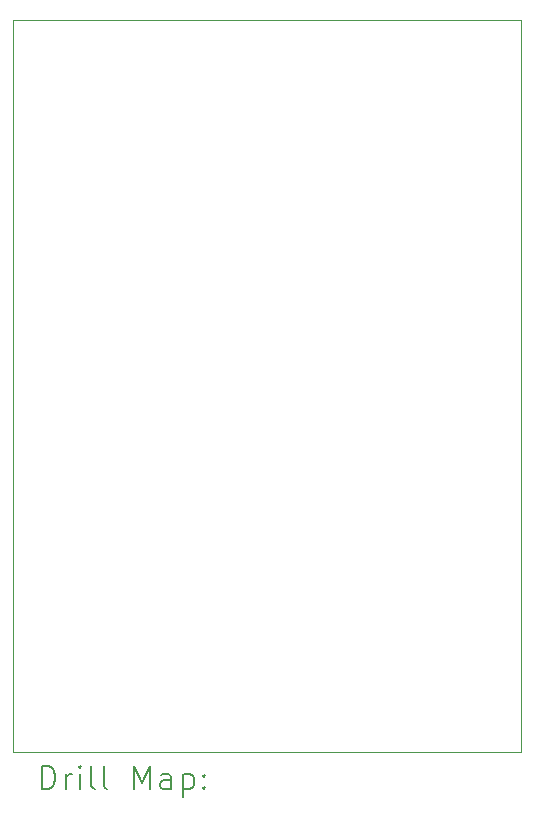
<source format=gbr>
%TF.GenerationSoftware,KiCad,Pcbnew,7.0.2-0*%
%TF.CreationDate,2024-09-16T14:38:38-04:00*%
%TF.ProjectId,ArduinoSolderChallenge,41726475-696e-46f5-936f-6c6465724368,rev?*%
%TF.SameCoordinates,Original*%
%TF.FileFunction,Drillmap*%
%TF.FilePolarity,Positive*%
%FSLAX45Y45*%
G04 Gerber Fmt 4.5, Leading zero omitted, Abs format (unit mm)*
G04 Created by KiCad (PCBNEW 7.0.2-0) date 2024-09-16 14:38:38*
%MOMM*%
%LPD*%
G01*
G04 APERTURE LIST*
%ADD10C,0.100000*%
%ADD11C,0.200000*%
G04 APERTURE END LIST*
D10*
X4205000Y-1910000D02*
X8505000Y-1910000D01*
X8505000Y-8110000D01*
X4205000Y-8110000D01*
X4205000Y-1910000D01*
D11*
X4447619Y-8427524D02*
X4447619Y-8227524D01*
X4447619Y-8227524D02*
X4495238Y-8227524D01*
X4495238Y-8227524D02*
X4523810Y-8237048D01*
X4523810Y-8237048D02*
X4542857Y-8256095D01*
X4542857Y-8256095D02*
X4552381Y-8275143D01*
X4552381Y-8275143D02*
X4561905Y-8313238D01*
X4561905Y-8313238D02*
X4561905Y-8341809D01*
X4561905Y-8341809D02*
X4552381Y-8379905D01*
X4552381Y-8379905D02*
X4542857Y-8398952D01*
X4542857Y-8398952D02*
X4523810Y-8418000D01*
X4523810Y-8418000D02*
X4495238Y-8427524D01*
X4495238Y-8427524D02*
X4447619Y-8427524D01*
X4647619Y-8427524D02*
X4647619Y-8294190D01*
X4647619Y-8332286D02*
X4657143Y-8313238D01*
X4657143Y-8313238D02*
X4666667Y-8303714D01*
X4666667Y-8303714D02*
X4685714Y-8294190D01*
X4685714Y-8294190D02*
X4704762Y-8294190D01*
X4771429Y-8427524D02*
X4771429Y-8294190D01*
X4771429Y-8227524D02*
X4761905Y-8237048D01*
X4761905Y-8237048D02*
X4771429Y-8246571D01*
X4771429Y-8246571D02*
X4780952Y-8237048D01*
X4780952Y-8237048D02*
X4771429Y-8227524D01*
X4771429Y-8227524D02*
X4771429Y-8246571D01*
X4895238Y-8427524D02*
X4876190Y-8418000D01*
X4876190Y-8418000D02*
X4866667Y-8398952D01*
X4866667Y-8398952D02*
X4866667Y-8227524D01*
X5000000Y-8427524D02*
X4980952Y-8418000D01*
X4980952Y-8418000D02*
X4971429Y-8398952D01*
X4971429Y-8398952D02*
X4971429Y-8227524D01*
X5228571Y-8427524D02*
X5228571Y-8227524D01*
X5228571Y-8227524D02*
X5295238Y-8370381D01*
X5295238Y-8370381D02*
X5361905Y-8227524D01*
X5361905Y-8227524D02*
X5361905Y-8427524D01*
X5542857Y-8427524D02*
X5542857Y-8322762D01*
X5542857Y-8322762D02*
X5533333Y-8303714D01*
X5533333Y-8303714D02*
X5514286Y-8294190D01*
X5514286Y-8294190D02*
X5476190Y-8294190D01*
X5476190Y-8294190D02*
X5457143Y-8303714D01*
X5542857Y-8418000D02*
X5523810Y-8427524D01*
X5523810Y-8427524D02*
X5476190Y-8427524D01*
X5476190Y-8427524D02*
X5457143Y-8418000D01*
X5457143Y-8418000D02*
X5447619Y-8398952D01*
X5447619Y-8398952D02*
X5447619Y-8379905D01*
X5447619Y-8379905D02*
X5457143Y-8360857D01*
X5457143Y-8360857D02*
X5476190Y-8351333D01*
X5476190Y-8351333D02*
X5523810Y-8351333D01*
X5523810Y-8351333D02*
X5542857Y-8341809D01*
X5638095Y-8294190D02*
X5638095Y-8494190D01*
X5638095Y-8303714D02*
X5657143Y-8294190D01*
X5657143Y-8294190D02*
X5695238Y-8294190D01*
X5695238Y-8294190D02*
X5714286Y-8303714D01*
X5714286Y-8303714D02*
X5723809Y-8313238D01*
X5723809Y-8313238D02*
X5733333Y-8332286D01*
X5733333Y-8332286D02*
X5733333Y-8389429D01*
X5733333Y-8389429D02*
X5723809Y-8408476D01*
X5723809Y-8408476D02*
X5714286Y-8418000D01*
X5714286Y-8418000D02*
X5695238Y-8427524D01*
X5695238Y-8427524D02*
X5657143Y-8427524D01*
X5657143Y-8427524D02*
X5638095Y-8418000D01*
X5819048Y-8408476D02*
X5828571Y-8418000D01*
X5828571Y-8418000D02*
X5819048Y-8427524D01*
X5819048Y-8427524D02*
X5809524Y-8418000D01*
X5809524Y-8418000D02*
X5819048Y-8408476D01*
X5819048Y-8408476D02*
X5819048Y-8427524D01*
X5819048Y-8303714D02*
X5828571Y-8313238D01*
X5828571Y-8313238D02*
X5819048Y-8322762D01*
X5819048Y-8322762D02*
X5809524Y-8313238D01*
X5809524Y-8313238D02*
X5819048Y-8303714D01*
X5819048Y-8303714D02*
X5819048Y-8322762D01*
M02*

</source>
